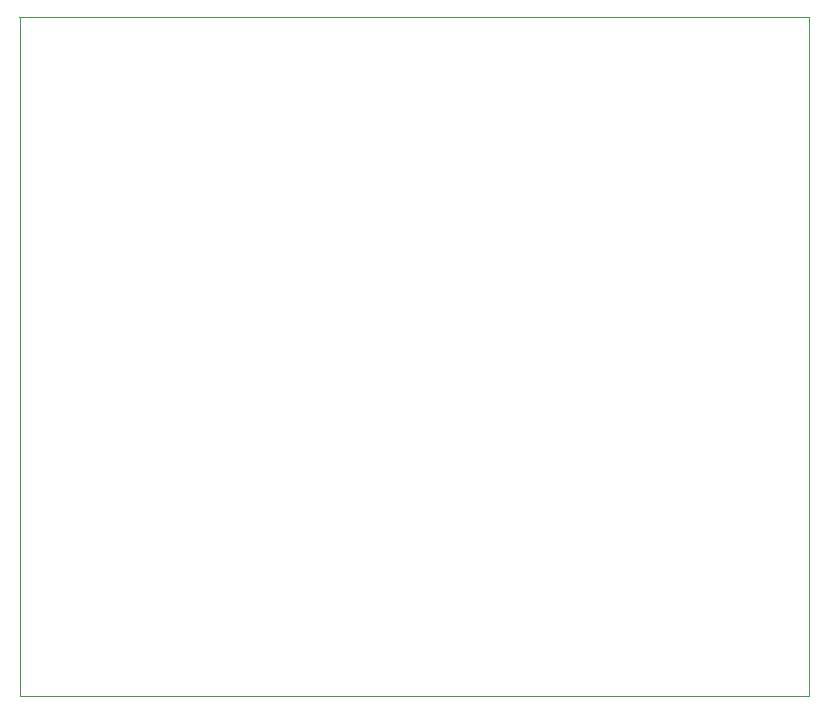
<source format=gko>
G04*
G04 #@! TF.GenerationSoftware,Altium Limited,Altium Designer,18.0.12 (696)*
G04*
G04 Layer_Color=16711935*
%FSLAX25Y25*%
%MOIN*%
G70*
G01*
G75*
%ADD122C,0.00100*%
D122*
X268650Y131500D02*
G03*
X268700Y131450I50J0D01*
G01*
X268650Y131500D02*
G03*
X268700Y131450I50J0D01*
G01*
Y357650D02*
G03*
X268650Y357600I0J-50D01*
G01*
X268700Y357650D02*
G03*
X268650Y357600I0J-50D01*
G01*
X531600Y131450D02*
G03*
X531650Y131500I0J50D01*
G01*
X531600Y131450D02*
G03*
X531650Y131500I0J50D01*
G01*
Y357600D02*
G03*
X531600Y357650I-50J0D01*
G01*
X531650Y357600D02*
G03*
X531600Y357650I-50J0D01*
G01*
X268700Y131450D02*
X531600Y131450D01*
Y131500D02*
Y357600D01*
X268700Y357600D02*
X531600Y357600D01*
X268700Y131500D02*
Y357600D01*
X268650Y131500D02*
Y357600D01*
X268700Y131500D02*
X531600Y131500D01*
X268700Y357650D02*
X531600Y357650D01*
X531650Y131500D02*
Y357600D01*
M02*

</source>
